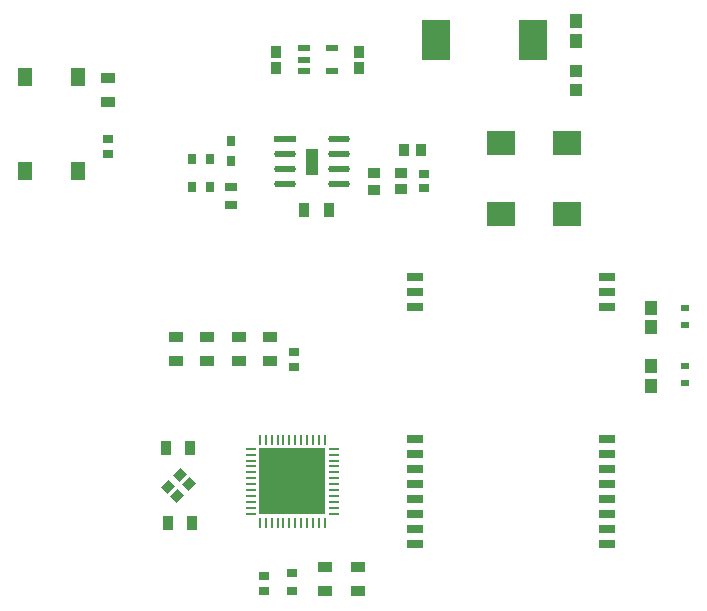
<source format=gtp>
G04*
G04 #@! TF.GenerationSoftware,Altium Limited,Altium Designer,22.5.1 (42)*
G04*
G04 Layer_Color=8421504*
%FSLAX44Y44*%
%MOMM*%
G71*
G04*
G04 #@! TF.SameCoordinates,548A175F-BCEF-4031-9993-F39C1D0A8298*
G04*
G04*
G04 #@! TF.FilePolarity,Positive*
G04*
G01*
G75*
%ADD15R,1.1358X2.2108*%
%ADD16R,1.3000X1.5500*%
%ADD17R,1.1062X1.2549*%
%ADD18R,1.0000X0.6000*%
%ADD19O,1.0000X0.2500*%
%ADD20O,0.2500X1.0000*%
%ADD21R,5.6000X5.6000*%
G04:AMPARAMS|DCode=22|XSize=0.9mm|YSize=0.8mm|CornerRadius=0mm|HoleSize=0mm|Usage=FLASHONLY|Rotation=225.000|XOffset=0mm|YOffset=0mm|HoleType=Round|Shape=Rectangle|*
%AMROTATEDRECTD22*
4,1,4,0.0354,0.6010,0.6010,0.0354,-0.0354,-0.6010,-0.6010,-0.0354,0.0354,0.6010,0.0*
%
%ADD22ROTATEDRECTD22*%

%ADD23R,0.8500X0.7500*%
%ADD24R,1.2062X0.9562*%
%ADD25R,0.9562X1.2062*%
%ADD26R,0.9000X0.7500*%
%ADD27R,1.4000X0.8000*%
%ADD28R,1.8741X0.5421*%
G04:AMPARAMS|DCode=29|XSize=1.8741mm|YSize=0.5421mm|CornerRadius=0.2711mm|HoleSize=0mm|Usage=FLASHONLY|Rotation=0.000|XOffset=0mm|YOffset=0mm|HoleType=Round|Shape=RoundedRectangle|*
%AMROUNDEDRECTD29*
21,1,1.8741,0.0000,0,0,0.0*
21,1,1.3319,0.5421,0,0,0.0*
1,1,0.5421,0.6660,0.0000*
1,1,0.5421,-0.6660,0.0000*
1,1,0.5421,-0.6660,0.0000*
1,1,0.5421,0.6660,0.0000*
%
%ADD29ROUNDEDRECTD29*%
%ADD30R,1.0621X1.1350*%
%ADD31R,1.0000X0.7500*%
%ADD32R,0.9000X1.0500*%
%ADD33R,0.8000X0.9000*%
%ADD34R,2.4000X3.4000*%
%ADD35R,0.8000X0.6000*%
%ADD36R,0.9121X1.0578*%
%ADD37R,1.0000X0.9000*%
%ADD38R,1.0500X0.9500*%
%ADD39R,2.3300X1.9900*%
%ADD40R,0.7500X0.9000*%
D15*
X1003511Y636270D02*
D03*
D16*
X760031Y628270D02*
D03*
Y707770D02*
D03*
X805031Y628270D02*
D03*
Y707770D02*
D03*
D17*
X1290320Y495933D02*
D03*
Y512447D02*
D03*
Y446404D02*
D03*
Y462916D02*
D03*
X1227031Y755016D02*
D03*
Y738503D02*
D03*
D18*
X1020591Y732130D02*
D03*
Y713130D02*
D03*
X996591D02*
D03*
Y722630D02*
D03*
Y732130D02*
D03*
D19*
X951790Y393260D02*
D03*
Y388260D02*
D03*
Y383260D02*
D03*
Y378260D02*
D03*
Y373260D02*
D03*
Y368260D02*
D03*
Y363260D02*
D03*
Y358260D02*
D03*
Y353260D02*
D03*
Y348260D02*
D03*
Y343260D02*
D03*
Y338260D02*
D03*
X1021790D02*
D03*
Y343260D02*
D03*
Y348260D02*
D03*
Y353260D02*
D03*
Y358260D02*
D03*
Y363260D02*
D03*
Y368260D02*
D03*
Y373260D02*
D03*
Y378260D02*
D03*
Y383260D02*
D03*
Y388260D02*
D03*
Y393260D02*
D03*
D20*
X959290Y330760D02*
D03*
X964290D02*
D03*
X969290D02*
D03*
X974290D02*
D03*
X979290D02*
D03*
X984290D02*
D03*
X989290D02*
D03*
X994290D02*
D03*
X999290D02*
D03*
X1004290D02*
D03*
X1009290D02*
D03*
X1014290D02*
D03*
Y400760D02*
D03*
X1009290D02*
D03*
X1004290D02*
D03*
X999290D02*
D03*
X994290D02*
D03*
X989290D02*
D03*
X984290D02*
D03*
X979290D02*
D03*
X974290D02*
D03*
X969290D02*
D03*
X964290D02*
D03*
X959290D02*
D03*
D21*
X986790Y365760D02*
D03*
D22*
X891331Y370789D02*
D03*
X881431Y360889D02*
D03*
X889209Y353111D02*
D03*
X899109Y363011D02*
D03*
D23*
X962660Y285900D02*
D03*
Y272900D02*
D03*
X988271Y462130D02*
D03*
Y475130D02*
D03*
X830580Y642470D02*
D03*
Y655470D02*
D03*
D24*
Y686890D02*
D03*
Y707390D02*
D03*
X967951Y467650D02*
D03*
Y488150D02*
D03*
X941281Y467650D02*
D03*
Y488150D02*
D03*
X914611Y467650D02*
D03*
Y488150D02*
D03*
X887941Y467650D02*
D03*
Y488150D02*
D03*
X1042670Y293460D02*
D03*
Y272960D02*
D03*
X1014730Y293460D02*
D03*
Y272960D02*
D03*
D25*
X881290Y330200D02*
D03*
X901790D02*
D03*
X900520Y393700D02*
D03*
X880020D02*
D03*
X1017571Y595630D02*
D03*
X997071D02*
D03*
D26*
X986790Y288420D02*
D03*
Y272920D02*
D03*
X1098550Y625760D02*
D03*
Y613760D02*
D03*
D27*
X1253490Y513560D02*
D03*
Y538960D02*
D03*
Y526260D02*
D03*
Y401320D02*
D03*
Y363460D02*
D03*
Y388860D02*
D03*
Y376160D02*
D03*
Y325360D02*
D03*
Y350760D02*
D03*
Y338060D02*
D03*
Y312660D02*
D03*
X1090930Y513560D02*
D03*
Y538960D02*
D03*
Y526260D02*
D03*
Y401320D02*
D03*
Y363460D02*
D03*
Y388860D02*
D03*
Y376160D02*
D03*
Y325360D02*
D03*
Y350760D02*
D03*
Y338060D02*
D03*
Y312660D02*
D03*
D28*
X980350Y655320D02*
D03*
D29*
Y642620D02*
D03*
Y629920D02*
D03*
Y617220D02*
D03*
X1026672D02*
D03*
Y629920D02*
D03*
Y642620D02*
D03*
Y655320D02*
D03*
D30*
X1227031Y696696D02*
D03*
Y713004D02*
D03*
D31*
X934720Y599560D02*
D03*
Y614560D02*
D03*
D32*
X1081140Y646430D02*
D03*
X1095640D02*
D03*
D33*
X934720Y636660D02*
D03*
Y653660D02*
D03*
D34*
X1190350Y739140D02*
D03*
X1108350D02*
D03*
D35*
X1319530Y449050D02*
D03*
Y463550D02*
D03*
Y498210D02*
D03*
Y512710D02*
D03*
D36*
X1042881Y715858D02*
D03*
Y729402D02*
D03*
X973031Y715436D02*
D03*
Y728980D02*
D03*
D37*
X1078441Y613010D02*
D03*
Y626510D02*
D03*
D38*
X1055581Y627010D02*
D03*
Y612510D02*
D03*
D39*
X1219411Y592200D02*
D03*
Y652400D02*
D03*
X1163531Y592200D02*
D03*
Y652400D02*
D03*
D40*
X901781Y614680D02*
D03*
X917281D02*
D03*
X901781Y638810D02*
D03*
X917281D02*
D03*
M02*

</source>
